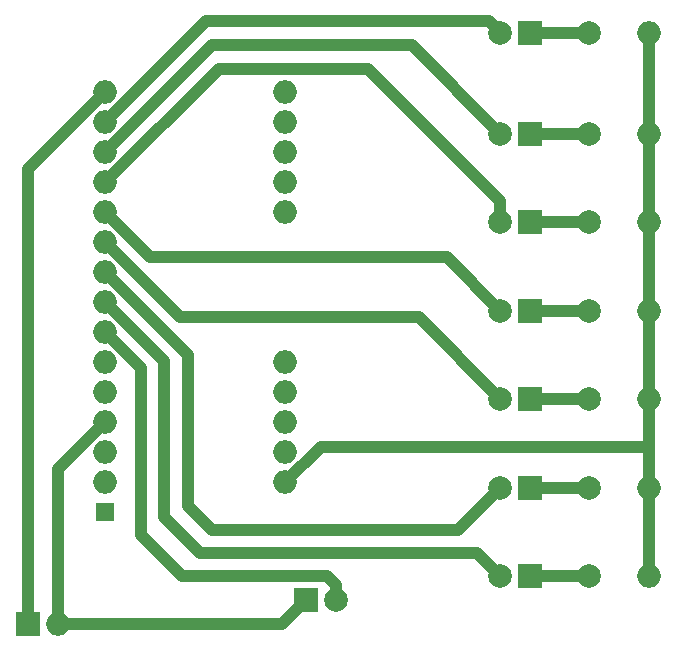
<source format=gbr>
%TF.GenerationSoftware,KiCad,Pcbnew,8.0.7*%
%TF.CreationDate,2025-02-21T11:06:21-03:00*%
%TF.ProjectId,_autosave-Quantum_arduino,5f617574-6f73-4617-9665-2d5175616e74,rev?*%
%TF.SameCoordinates,Original*%
%TF.FileFunction,Copper,L1,Top*%
%TF.FilePolarity,Positive*%
%FSLAX46Y46*%
G04 Gerber Fmt 4.6, Leading zero omitted, Abs format (unit mm)*
G04 Created by KiCad (PCBNEW 8.0.7) date 2025-02-21 11:06:21*
%MOMM*%
%LPD*%
G01*
G04 APERTURE LIST*
%TA.AperFunction,ComponentPad*%
%ADD10R,2.000000X2.000000*%
%TD*%
%TA.AperFunction,ComponentPad*%
%ADD11C,2.000000*%
%TD*%
%TA.AperFunction,ComponentPad*%
%ADD12O,2.000000X2.000000*%
%TD*%
%TA.AperFunction,ComponentPad*%
%ADD13R,1.600000X1.600000*%
%TD*%
%TA.AperFunction,ComponentPad*%
%ADD14O,0.100000X0.100000*%
%TD*%
%TA.AperFunction,Conductor*%
%ADD15C,1.000000*%
%TD*%
%TA.AperFunction,Conductor*%
%ADD16C,0.200000*%
%TD*%
G04 APERTURE END LIST*
D10*
%TO.P,Qubit0,1,K*%
%TO.N,Net-(Qubit0-K)*%
X153427620Y-56000000D03*
D11*
%TO.P,Qubit0,2,A*%
%TO.N,Net-(A1-D11)*%
X150887620Y-56000000D03*
%TD*%
D10*
%TO.P,Superposition1,1,K*%
%TO.N,Net-(J1-Pin_2)*%
X134427620Y-104000000D03*
D11*
%TO.P,Superposition1,2,A*%
%TO.N,Net-(A1-D4)*%
X136967620Y-104000000D03*
%TD*%
D10*
%TO.P,Qubit1,1,K*%
%TO.N,Net-(Qubit1-K)*%
X153427620Y-64500000D03*
D11*
%TO.P,Qubit1,2,A*%
%TO.N,Net-(A1-D10)*%
X150887620Y-64500000D03*
%TD*%
D10*
%TO.P,Qubit6,1,K*%
%TO.N,Net-(Qubit6-K)*%
X153427620Y-102000000D03*
D11*
%TO.P,Qubit6,2,A*%
%TO.N,Net-(A1-D5)*%
X150887620Y-102000000D03*
%TD*%
D10*
%TO.P,J1,1,Pin_1*%
%TO.N,Net-(A1-D12)*%
X110887620Y-106000000D03*
D12*
%TO.P,J1,2,Pin_2*%
%TO.N,Net-(J1-Pin_2)*%
X113427620Y-106000000D03*
%TD*%
D10*
%TO.P,Qubit4,1,K*%
%TO.N,Net-(Qubit4-K)*%
X153427620Y-87000000D03*
D11*
%TO.P,Qubit4,2,A*%
%TO.N,Net-(A1-D7)*%
X150887620Y-87000000D03*
%TD*%
D10*
%TO.P,Qubit5,1,K*%
%TO.N,Net-(Qubit5-K)*%
X153427620Y-94500000D03*
D11*
%TO.P,Qubit5,2,A*%
%TO.N,Net-(A1-D6)*%
X150887620Y-94500000D03*
%TD*%
D10*
%TO.P,Qubit3,1,K*%
%TO.N,Net-(Qubit3-K)*%
X153427620Y-79500000D03*
D11*
%TO.P,Qubit3,2,A*%
%TO.N,Net-(A1-D8)*%
X150887620Y-79500000D03*
%TD*%
D10*
%TO.P,Qubit2,1,K*%
%TO.N,Net-(Qubit2-K)*%
X153427620Y-72000000D03*
D11*
%TO.P,Qubit2,2,A*%
%TO.N,Net-(A1-D9)*%
X150887620Y-72000000D03*
%TD*%
%TO.P,R16,1*%
%TO.N,Net-(Qubit6-K)*%
X158427620Y-102000000D03*
D12*
%TO.P,R16,2*%
%TO.N,Net-(A1-GND-Pad29)*%
X163507620Y-102000000D03*
%TD*%
D11*
%TO.P,R12,1*%
%TO.N,Net-(Qubit2-K)*%
X158427620Y-72000000D03*
D12*
%TO.P,R12,2*%
%TO.N,Net-(A1-GND-Pad29)*%
X163507620Y-72000000D03*
%TD*%
D11*
%TO.P,R11,1*%
%TO.N,Net-(Qubit1-K)*%
X158427620Y-64500000D03*
D12*
%TO.P,R11,2*%
%TO.N,Net-(A1-GND-Pad29)*%
X163507620Y-64500000D03*
%TD*%
D11*
%TO.P,R10,1*%
%TO.N,Net-(Qubit0-K)*%
X158427620Y-56000000D03*
D12*
%TO.P,R10,2*%
%TO.N,Net-(A1-GND-Pad29)*%
X163507620Y-56000000D03*
%TD*%
D11*
%TO.P,R14,1*%
%TO.N,Net-(Qubit4-K)*%
X158427620Y-87000000D03*
D12*
%TO.P,R14,2*%
%TO.N,Net-(A1-GND-Pad29)*%
X163507620Y-87000000D03*
%TD*%
D11*
%TO.P,R13,1*%
%TO.N,Net-(Qubit3-K)*%
X158427620Y-79500000D03*
D12*
%TO.P,R13,2*%
%TO.N,Net-(A1-GND-Pad29)*%
X163507620Y-79500000D03*
%TD*%
D13*
%TO.P,A1,1,D1/TX*%
%TO.N,unconnected-(A1-D1{slash}TX-Pad1)*%
X117427620Y-96560000D03*
D12*
%TO.P,A1,2,D0/RX*%
%TO.N,unconnected-(A1-D0{slash}RX-Pad2)*%
X117427620Y-94020000D03*
%TO.P,A1,3,~{RESET}*%
%TO.N,unconnected-(A1-~{RESET}-Pad3)*%
X117427620Y-91480000D03*
%TO.P,A1,4,GND*%
%TO.N,Net-(J1-Pin_2)*%
X117427620Y-88940000D03*
%TO.P,A1,5,D2*%
%TO.N,unconnected-(A1-D2-Pad5)*%
X117427620Y-86400000D03*
%TO.P,A1,6,D3*%
%TO.N,unconnected-(A1-D3-Pad6)*%
X117427620Y-83860000D03*
%TO.P,A1,7,D4*%
%TO.N,Net-(A1-D4)*%
X117427620Y-81320000D03*
%TO.P,A1,8,D5*%
%TO.N,Net-(A1-D5)*%
X117427620Y-78780000D03*
%TO.P,A1,9,D6*%
%TO.N,Net-(A1-D6)*%
X117427620Y-76240000D03*
%TO.P,A1,10,D7*%
%TO.N,Net-(A1-D7)*%
X117427620Y-73700000D03*
%TO.P,A1,11,D8*%
%TO.N,Net-(A1-D8)*%
X117427620Y-71160000D03*
%TO.P,A1,12,D9*%
%TO.N,Net-(A1-D9)*%
X117427620Y-68620000D03*
%TO.P,A1,13,D10*%
%TO.N,Net-(A1-D10)*%
X117427620Y-66080000D03*
%TO.P,A1,14,D11*%
%TO.N,Net-(A1-D11)*%
X117427620Y-63540000D03*
%TO.P,A1,15,D12*%
%TO.N,Net-(A1-D12)*%
X117427620Y-61000000D03*
%TO.P,A1,16,D13*%
%TO.N,unconnected-(A1-D13-Pad16)*%
X132667620Y-61000000D03*
%TO.P,A1,17,3V3*%
%TO.N,unconnected-(A1-3V3-Pad17)*%
X132667620Y-63540000D03*
%TO.P,A1,18,AREF*%
%TO.N,unconnected-(A1-AREF-Pad18)*%
X132667620Y-66080000D03*
%TO.P,A1,19,A0*%
%TO.N,unconnected-(A1-A0-Pad19)*%
X132667620Y-68620000D03*
%TO.P,A1,20,A1*%
%TO.N,unconnected-(A1-A1-Pad20)*%
X132667620Y-71160000D03*
D14*
%TO.P,A1,21,A2*%
%TO.N,unconnected-(A1-A2-Pad21)*%
X132667620Y-73700000D03*
%TO.P,A1,22,A3*%
%TO.N,unconnected-(A1-A3-Pad22)*%
X132667620Y-76240000D03*
%TO.P,A1,23,A4*%
%TO.N,unconnected-(A1-A4-Pad23)*%
X132667620Y-78780000D03*
%TO.P,A1,24,A5*%
%TO.N,unconnected-(A1-A5-Pad24)*%
X132667620Y-81320000D03*
D12*
%TO.P,A1,25,A6*%
%TO.N,unconnected-(A1-A6-Pad25)*%
X132667620Y-83860000D03*
%TO.P,A1,26,A7*%
%TO.N,unconnected-(A1-A7-Pad26)*%
X132667620Y-86400000D03*
%TO.P,A1,27,+5V*%
%TO.N,unconnected-(A1-+5V-Pad27)*%
X132667620Y-88940000D03*
%TO.P,A1,28,~{RESET}*%
%TO.N,unconnected-(A1-~{RESET}-Pad28)*%
X132667620Y-91480000D03*
%TO.P,A1,29,GND*%
%TO.N,Net-(A1-GND-Pad29)*%
X132667620Y-94020000D03*
D14*
%TO.P,A1,30,VIN*%
%TO.N,unconnected-(A1-VIN-Pad30)*%
X132667620Y-96560000D03*
%TD*%
D11*
%TO.P,R15,1*%
%TO.N,Net-(Qubit5-K)*%
X158427620Y-94500000D03*
D12*
%TO.P,R15,2*%
%TO.N,Net-(A1-GND-Pad29)*%
X163507620Y-94500000D03*
%TD*%
D15*
%TO.N,Net-(A1-D8)*%
X121257620Y-74990000D02*
X117427620Y-71160000D01*
X150887620Y-79500000D02*
X146377620Y-74990000D01*
X146377620Y-74990000D02*
X121257620Y-74990000D01*
%TO.N,Net-(A1-D5)*%
X122427620Y-83780000D02*
X117427620Y-78780000D01*
X122427620Y-97000000D02*
X122427620Y-83780000D01*
X125427620Y-100000000D02*
X122427620Y-97000000D01*
X148887620Y-100000000D02*
X125427620Y-100000000D01*
X150887620Y-102000000D02*
X148887620Y-100000000D01*
%TO.N,Net-(A1-D9)*%
X150887620Y-70230000D02*
X139657620Y-59000000D01*
X150887620Y-72000000D02*
X150887620Y-70230000D01*
X127047620Y-59000000D02*
X117427620Y-68620000D01*
X139657620Y-59000000D02*
X127047620Y-59000000D01*
%TO.N,Net-(A1-D10)*%
X150887620Y-64500000D02*
X143387620Y-57000000D01*
X126507620Y-57000000D02*
X117427620Y-66080000D01*
X143387620Y-57000000D02*
X126507620Y-57000000D01*
%TO.N,Net-(A1-D6)*%
X124427620Y-83240000D02*
X117427620Y-76240000D01*
X150887620Y-94500000D02*
X147327620Y-98060000D01*
X147327620Y-98060000D02*
X126487620Y-98060000D01*
X124427620Y-96000000D02*
X124427620Y-83240000D01*
X126487620Y-98060000D02*
X124427620Y-96000000D01*
%TO.N,Net-(A1-D7)*%
X143957620Y-80070000D02*
X123797620Y-80070000D01*
X123797620Y-80070000D02*
X117427620Y-73700000D01*
X150887620Y-87000000D02*
X143957620Y-80070000D01*
%TO.N,Net-(A1-D12)*%
X110887620Y-67540000D02*
X117427620Y-61000000D01*
X110887620Y-106000000D02*
X110887620Y-67540000D01*
%TO.N,Net-(A1-D4)*%
X120427620Y-84320000D02*
X117427620Y-81320000D01*
X136967620Y-104000000D02*
X136967620Y-102727208D01*
X136240412Y-102000000D02*
X123894828Y-102000000D01*
X123894828Y-102000000D02*
X120427620Y-98532792D01*
X120427620Y-98532792D02*
X120427620Y-84320000D01*
X136967620Y-102727208D02*
X136240412Y-102000000D01*
%TO.N,Net-(A1-D11)*%
X149887620Y-55000000D02*
X125967620Y-55000000D01*
X150887620Y-56000000D02*
X149887620Y-55000000D01*
X125967620Y-55000000D02*
X117427620Y-63540000D01*
%TO.N,Net-(A1-GND-Pad29)*%
X163507620Y-56000000D02*
X163507620Y-91000000D01*
X163507620Y-91000000D02*
X163507620Y-102000000D01*
X163507620Y-91000000D02*
X135687620Y-91000000D01*
X135687620Y-91000000D02*
X132667620Y-94020000D01*
%TO.N,Net-(Qubit0-K)*%
X153427620Y-56000000D02*
X156427620Y-56000000D01*
X156427620Y-56000000D02*
X158427620Y-56000000D01*
D16*
%TO.N,Net-(Qubit1-K)*%
X157427620Y-64500000D02*
X158427620Y-64500000D01*
D15*
X153427620Y-64500000D02*
X158427620Y-64500000D01*
D16*
X156427620Y-64500000D02*
X157427620Y-64500000D01*
D15*
X156427620Y-64500000D02*
X153427620Y-64500000D01*
%TO.N,Net-(Qubit2-K)*%
X153427620Y-72000000D02*
X158427620Y-72000000D01*
%TO.N,Net-(Qubit3-K)*%
X153427620Y-79500000D02*
X158427620Y-79500000D01*
%TO.N,Net-(Qubit4-K)*%
X153427620Y-87000000D02*
X158427620Y-87000000D01*
%TO.N,Net-(Qubit5-K)*%
X153427620Y-94500000D02*
X158427620Y-94500000D01*
%TO.N,Net-(Qubit6-K)*%
X153427620Y-102000000D02*
X158427620Y-102000000D01*
%TO.N,Net-(J1-Pin_2)*%
X113427620Y-92940000D02*
X117427620Y-88940000D01*
X132427620Y-106000000D02*
X134427620Y-104000000D01*
X113427620Y-106000000D02*
X113427620Y-92940000D01*
X113427620Y-106000000D02*
X132427620Y-106000000D01*
%TD*%
M02*

</source>
